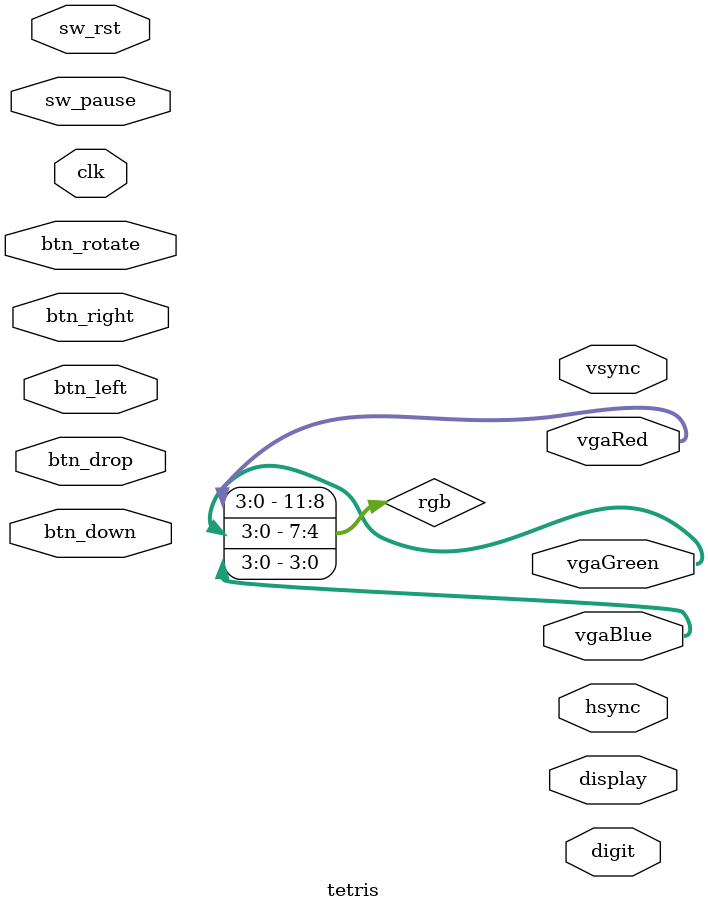
<source format=v>
`include "definitions.vh"

module tetris(
    input wire clk,
    input wire btn_drop,
    input wire btn_rotate,
    input wire btn_left,
    input wire btn_right,
    input wire btn_down,
    input wire sw_pause,
    input wire sw_rst,
    output [3:0] vgaRed,
    output [3:0] vgaGreen,
    output [3:0] vgaBlue,
    output wire hsync,
    output wire vsync,
    output wire [6:0] display,
	output wire [3:0] digit
    );


    wire [11:0] rgb;
    assign {vgaRed, vgaGreen, vgaBlue} = rgb;
    













endmodule
</source>
